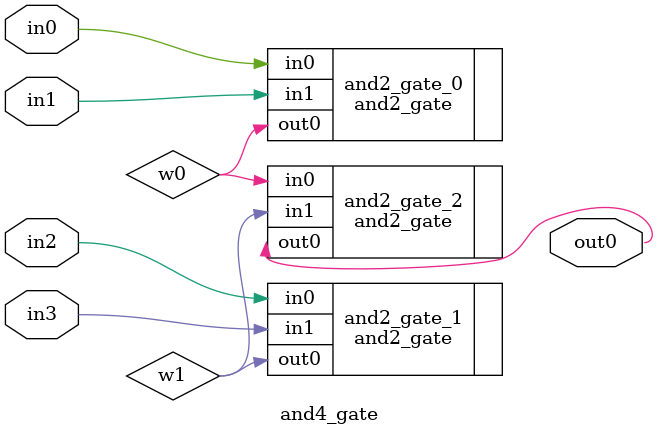
<source format=v>
`timescale 1ns / 1ps

module and4_gate(
        input in0,
        input in1,
        input in2,
        input in3,
        output out0
    );
    
    wire w0, w1;
    
    and2_gate and2_gate_0(
        .in0(in0),
        .in1(in1),
        .out0(w0)
    );
    
    and2_gate and2_gate_1(
        .in0(in2),
        .in1(in3),
        .out0(w1)
        
    );
    
    and2_gate and2_gate_2(
        .in0(w0),
        .in1(w1),
        .out0(out0)
    );
endmodule

</source>
